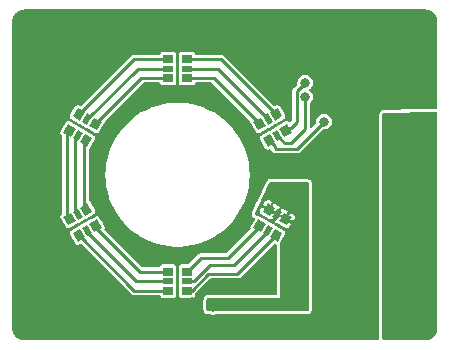
<source format=gtl>
G04 #@! TF.GenerationSoftware,KiCad,Pcbnew,7.0.2.1-36-g582732918d-dirty-deb11*
G04 #@! TF.CreationDate,2023-05-26T17:28:03+00:00*
G04 #@! TF.ProjectId,pedalboard-led-ring,70656461-6c62-46f6-9172-642d6c65642d,rev?*
G04 #@! TF.SameCoordinates,Original*
G04 #@! TF.FileFunction,Copper,L1,Top*
G04 #@! TF.FilePolarity,Positive*
%FSLAX46Y46*%
G04 Gerber Fmt 4.6, Leading zero omitted, Abs format (unit mm)*
G04 Created by KiCad (PCBNEW 7.0.2.1-36-g582732918d-dirty-deb11) date 2023-05-26 17:28:03*
%MOMM*%
%LPD*%
G01*
G04 APERTURE LIST*
G04 #@! TA.AperFunction,SMDPad,CuDef*
%ADD10R,0.830000X0.750000*%
G04 #@! TD*
G04 #@! TA.AperFunction,SMDPad,CuDef*
%ADD11R,0.830000X0.500000*%
G04 #@! TD*
G04 #@! TA.AperFunction,ViaPad*
%ADD12C,0.800000*%
G04 #@! TD*
G04 #@! TA.AperFunction,Conductor*
%ADD13C,0.250000*%
G04 #@! TD*
G04 APERTURE END LIST*
G04 #@! TA.AperFunction,SMDPad,CuDef*
G36*
X87819890Y-54716439D02*
G01*
X88469410Y-54341439D01*
X88884410Y-55060241D01*
X88234890Y-55435241D01*
X87819890Y-54716439D01*
G37*
G04 #@! TD.AperFunction*
G04 #@! TA.AperFunction,SMDPad,CuDef*
G36*
X87230994Y-55056439D02*
G01*
X87664006Y-54806439D01*
X88079006Y-55525241D01*
X87645994Y-55775241D01*
X87230994Y-55056439D01*
G37*
G04 #@! TD.AperFunction*
G04 #@! TA.AperFunction,SMDPad,CuDef*
G36*
X86425590Y-55521439D02*
G01*
X87075110Y-55146439D01*
X87490110Y-55865241D01*
X86840590Y-56240241D01*
X86425590Y-55521439D01*
G37*
G04 #@! TD.AperFunction*
G04 #@! TA.AperFunction,SMDPad,CuDef*
G36*
X87215590Y-56889759D02*
G01*
X87865110Y-56514759D01*
X88280110Y-57233561D01*
X87630590Y-57608561D01*
X87215590Y-56889759D01*
G37*
G04 #@! TD.AperFunction*
G04 #@! TA.AperFunction,SMDPad,CuDef*
G36*
X88020994Y-56424759D02*
G01*
X88454006Y-56174759D01*
X88869006Y-56893561D01*
X88435994Y-57143561D01*
X88020994Y-56424759D01*
G37*
G04 #@! TD.AperFunction*
G04 #@! TA.AperFunction,SMDPad,CuDef*
G36*
X88609890Y-56084759D02*
G01*
X89259410Y-55709759D01*
X89674410Y-56428561D01*
X89024890Y-56803561D01*
X88609890Y-56084759D01*
G37*
G04 #@! TD.AperFunction*
D10*
X80790000Y-69805000D03*
D11*
X80790000Y-69000000D03*
D10*
X80790000Y-68195000D03*
X79210000Y-68195000D03*
D11*
X79210000Y-69000000D03*
D10*
X79210000Y-69805000D03*
X79210000Y-50195000D03*
D11*
X79210000Y-51000000D03*
D10*
X79210000Y-51805000D03*
X80790000Y-51805000D03*
D11*
X80790000Y-51000000D03*
D10*
X80790000Y-50195000D03*
G04 #@! TA.AperFunction,SMDPad,CuDef*
G36*
X72180110Y-65283561D02*
G01*
X71530590Y-65658561D01*
X71115590Y-64939759D01*
X71765110Y-64564759D01*
X72180110Y-65283561D01*
G37*
G04 #@! TD.AperFunction*
G04 #@! TA.AperFunction,SMDPad,CuDef*
G36*
X72769006Y-64943561D02*
G01*
X72335994Y-65193561D01*
X71920994Y-64474759D01*
X72354006Y-64224759D01*
X72769006Y-64943561D01*
G37*
G04 #@! TD.AperFunction*
G04 #@! TA.AperFunction,SMDPad,CuDef*
G36*
X73574410Y-64478561D02*
G01*
X72924890Y-64853561D01*
X72509890Y-64134759D01*
X73159410Y-63759759D01*
X73574410Y-64478561D01*
G37*
G04 #@! TD.AperFunction*
G04 #@! TA.AperFunction,SMDPad,CuDef*
G36*
X72784410Y-63110241D02*
G01*
X72134890Y-63485241D01*
X71719890Y-62766439D01*
X72369410Y-62391439D01*
X72784410Y-63110241D01*
G37*
G04 #@! TD.AperFunction*
G04 #@! TA.AperFunction,SMDPad,CuDef*
G36*
X71979006Y-63575241D02*
G01*
X71545994Y-63825241D01*
X71130994Y-63106439D01*
X71564006Y-62856439D01*
X71979006Y-63575241D01*
G37*
G04 #@! TD.AperFunction*
G04 #@! TA.AperFunction,SMDPad,CuDef*
G36*
X71390110Y-63915241D02*
G01*
X70740590Y-64290241D01*
X70325590Y-63571439D01*
X70975110Y-63196439D01*
X71390110Y-63915241D01*
G37*
G04 #@! TD.AperFunction*
G04 #@! TA.AperFunction,SMDPad,CuDef*
G36*
X70975110Y-56803561D02*
G01*
X70325590Y-56428561D01*
X70740590Y-55709759D01*
X71390110Y-56084759D01*
X70975110Y-56803561D01*
G37*
G04 #@! TD.AperFunction*
G04 #@! TA.AperFunction,SMDPad,CuDef*
G36*
X71564006Y-57143561D02*
G01*
X71130994Y-56893561D01*
X71545994Y-56174759D01*
X71979006Y-56424759D01*
X71564006Y-57143561D01*
G37*
G04 #@! TD.AperFunction*
G04 #@! TA.AperFunction,SMDPad,CuDef*
G36*
X72369410Y-57608561D02*
G01*
X71719890Y-57233561D01*
X72134890Y-56514759D01*
X72784410Y-56889759D01*
X72369410Y-57608561D01*
G37*
G04 #@! TD.AperFunction*
G04 #@! TA.AperFunction,SMDPad,CuDef*
G36*
X73159410Y-56240241D02*
G01*
X72509890Y-55865241D01*
X72924890Y-55146439D01*
X73574410Y-55521439D01*
X73159410Y-56240241D01*
G37*
G04 #@! TD.AperFunction*
G04 #@! TA.AperFunction,SMDPad,CuDef*
G36*
X72354006Y-55775241D02*
G01*
X71920994Y-55525241D01*
X72335994Y-54806439D01*
X72769006Y-55056439D01*
X72354006Y-55775241D01*
G37*
G04 #@! TD.AperFunction*
G04 #@! TA.AperFunction,SMDPad,CuDef*
G36*
X71765110Y-55435241D02*
G01*
X71115590Y-55060241D01*
X71530590Y-54341439D01*
X72180110Y-54716439D01*
X71765110Y-55435241D01*
G37*
G04 #@! TD.AperFunction*
G04 #@! TA.AperFunction,SMDPad,CuDef*
G36*
X89024890Y-63196439D02*
G01*
X89674410Y-63571439D01*
X89259410Y-64290241D01*
X88609890Y-63915241D01*
X89024890Y-63196439D01*
G37*
G04 #@! TD.AperFunction*
G04 #@! TA.AperFunction,SMDPad,CuDef*
G36*
X88435994Y-62856439D02*
G01*
X88869006Y-63106439D01*
X88454006Y-63825241D01*
X88020994Y-63575241D01*
X88435994Y-62856439D01*
G37*
G04 #@! TD.AperFunction*
G04 #@! TA.AperFunction,SMDPad,CuDef*
G36*
X87630590Y-62391439D02*
G01*
X88280110Y-62766439D01*
X87865110Y-63485241D01*
X87215590Y-63110241D01*
X87630590Y-62391439D01*
G37*
G04 #@! TD.AperFunction*
G04 #@! TA.AperFunction,SMDPad,CuDef*
G36*
X86840590Y-63759759D02*
G01*
X87490110Y-64134759D01*
X87075110Y-64853561D01*
X86425590Y-64478561D01*
X86840590Y-63759759D01*
G37*
G04 #@! TD.AperFunction*
G04 #@! TA.AperFunction,SMDPad,CuDef*
G36*
X87645994Y-64224759D02*
G01*
X88079006Y-64474759D01*
X87664006Y-65193561D01*
X87230994Y-64943561D01*
X87645994Y-64224759D01*
G37*
G04 #@! TD.AperFunction*
G04 #@! TA.AperFunction,SMDPad,CuDef*
G36*
X88234890Y-64564759D02*
G01*
X88884410Y-64939759D01*
X88469410Y-65658561D01*
X87819890Y-65283561D01*
X88234890Y-64564759D01*
G37*
G04 #@! TD.AperFunction*
D12*
X89500000Y-61400000D03*
X90500000Y-61400000D03*
X83000000Y-71200000D03*
X86400000Y-69750000D03*
X87900000Y-69750000D03*
X81250000Y-70800000D03*
X96550000Y-58500000D03*
X91800000Y-69500000D03*
X101050000Y-51750000D03*
X96500000Y-72550000D03*
X96500000Y-68400000D03*
X90800000Y-50850000D03*
X93450000Y-58050000D03*
X99040000Y-72540000D03*
X99200000Y-55200000D03*
X92400000Y-55500000D03*
X90800000Y-53400000D03*
X90800000Y-52200000D03*
D13*
X84300000Y-67000000D02*
X81985000Y-67000000D01*
X81985000Y-67000000D02*
X80790000Y-68195000D01*
X86957850Y-64342150D02*
X84300000Y-67000000D01*
X86957850Y-64306660D02*
X86957850Y-64342150D01*
X87655000Y-64745000D02*
X84750000Y-67650000D01*
X84750000Y-67650000D02*
X82735000Y-67650000D01*
X87655000Y-64709160D02*
X87655000Y-64745000D01*
X82735000Y-67650000D02*
X81385000Y-69000000D01*
X81385000Y-69000000D02*
X80790000Y-69000000D01*
X88352150Y-65111660D02*
X85063810Y-68400000D01*
X81188112Y-69805000D02*
X80790000Y-69805000D01*
X85063810Y-68400000D02*
X82593112Y-68400000D01*
X82593112Y-68400000D02*
X81188112Y-69805000D01*
X76795000Y-68195000D02*
X73042150Y-64442150D01*
X79210000Y-68195000D02*
X76795000Y-68195000D01*
X73042150Y-64442150D02*
X73042150Y-64306660D01*
X76500000Y-69000000D02*
X72345000Y-64845000D01*
X72345000Y-64845000D02*
X72345000Y-64709160D01*
X79210000Y-69000000D02*
X76500000Y-69000000D01*
X79210000Y-69805000D02*
X76341190Y-69805000D01*
X76341190Y-69805000D02*
X71647850Y-65111660D01*
X72252150Y-62938340D02*
X72100000Y-62786190D01*
X72100000Y-57213810D02*
X72252150Y-57061660D01*
X72100000Y-62786190D02*
X72100000Y-57213810D01*
X71300000Y-63085840D02*
X71300000Y-56914160D01*
X71555000Y-63340840D02*
X71300000Y-63085840D01*
X71300000Y-56914160D02*
X71555000Y-56659160D01*
X70857850Y-63743340D02*
X70600000Y-63485490D01*
X70600000Y-63485490D02*
X70600000Y-56514510D01*
X70600000Y-56514510D02*
X70857850Y-56256660D01*
X76930490Y-51805000D02*
X79210000Y-51805000D01*
X73042150Y-55693340D02*
X76930490Y-51805000D01*
X76611709Y-51000000D02*
X72332934Y-55278775D01*
X79210000Y-51000000D02*
X76611709Y-51000000D01*
X79210000Y-50195000D02*
X76341190Y-50195000D01*
X76341190Y-50195000D02*
X71647850Y-54888340D01*
X80790000Y-51805000D02*
X83069510Y-51805000D01*
X83069510Y-51805000D02*
X86957850Y-55693340D01*
X85600000Y-53200000D02*
X85600000Y-53211709D01*
X83400000Y-51000000D02*
X85600000Y-53200000D01*
X80790000Y-51000000D02*
X83400000Y-51000000D01*
X85600000Y-53211709D02*
X87667066Y-55278775D01*
X83658810Y-50195000D02*
X88352150Y-54888340D01*
X80790000Y-50195000D02*
X83658810Y-50195000D01*
X87747850Y-57061660D02*
X88250000Y-57563810D01*
X88300000Y-57800000D02*
X88250000Y-57750000D01*
X88250000Y-57563810D02*
X88250000Y-57750000D01*
X92400000Y-55500000D02*
X90100000Y-57800000D01*
X90100000Y-57800000D02*
X88300000Y-57800000D01*
X90800000Y-53400000D02*
X90800000Y-56100000D01*
X90800000Y-56100000D02*
X89600000Y-57300000D01*
X89061709Y-57300000D02*
X88432934Y-56671225D01*
X89600000Y-57300000D02*
X89061709Y-57300000D01*
X90100000Y-55500000D02*
X90075000Y-55475000D01*
X89600000Y-56000000D02*
X90100000Y-55500000D01*
X89398810Y-56000000D02*
X89600000Y-56000000D01*
X90075000Y-55475000D02*
X90075000Y-52925000D01*
X90075000Y-52925000D02*
X90800000Y-52200000D01*
X89142150Y-56256660D02*
X89398810Y-56000000D01*
G04 #@! TA.AperFunction,Conductor*
G36*
X101005394Y-46000971D02*
G01*
X101045519Y-46004482D01*
X101171780Y-46016919D01*
X101191682Y-46020540D01*
X101256467Y-46037899D01*
X101260203Y-46038966D01*
X101351570Y-46066682D01*
X101367959Y-46072952D01*
X101433867Y-46103686D01*
X101439867Y-46106685D01*
X101482639Y-46129548D01*
X101519046Y-46149008D01*
X101531715Y-46156791D01*
X101592889Y-46199625D01*
X101600430Y-46205346D01*
X101668455Y-46261172D01*
X101677472Y-46269345D01*
X101730653Y-46322526D01*
X101738826Y-46331543D01*
X101794652Y-46399568D01*
X101800373Y-46407109D01*
X101843207Y-46468283D01*
X101850990Y-46480952D01*
X101893304Y-46560114D01*
X101896328Y-46566163D01*
X101927041Y-46632027D01*
X101933319Y-46648436D01*
X101961008Y-46739713D01*
X101962123Y-46743616D01*
X101979454Y-46808298D01*
X101983082Y-46828237D01*
X101995523Y-46954554D01*
X101997207Y-46973801D01*
X101999030Y-46994638D01*
X101999500Y-47005406D01*
X101999500Y-54321817D01*
X101979815Y-54388856D01*
X101927011Y-54434611D01*
X101876833Y-54445810D01*
X101871424Y-54445868D01*
X101871423Y-54445868D01*
X100345518Y-54462275D01*
X97473140Y-54493161D01*
X97473133Y-54493161D01*
X97469915Y-54493196D01*
X97466721Y-54493565D01*
X97466712Y-54493566D01*
X97420216Y-54498944D01*
X97420200Y-54498946D01*
X97417007Y-54499316D01*
X97413848Y-54500020D01*
X97413848Y-54500021D01*
X97368377Y-54510169D01*
X97368353Y-54510174D01*
X97366834Y-54510514D01*
X97365329Y-54510931D01*
X97365298Y-54510939D01*
X97341802Y-54517453D01*
X97255173Y-54566783D01*
X97204459Y-54610727D01*
X97204445Y-54610740D01*
X97202368Y-54612540D01*
X97200453Y-54614525D01*
X97170742Y-54645315D01*
X97124535Y-54733648D01*
X97104849Y-54800688D01*
X97094500Y-54872673D01*
X97094500Y-73875500D01*
X97074815Y-73942539D01*
X97022011Y-73988294D01*
X96970500Y-73999500D01*
X67005416Y-73999500D01*
X66994606Y-73999028D01*
X66954554Y-73995523D01*
X66828234Y-73983082D01*
X66808302Y-73979455D01*
X66743616Y-73962123D01*
X66739713Y-73961008D01*
X66648436Y-73933319D01*
X66632027Y-73927041D01*
X66566163Y-73896328D01*
X66560114Y-73893304D01*
X66480952Y-73850990D01*
X66468283Y-73843207D01*
X66407109Y-73800373D01*
X66399568Y-73794652D01*
X66331543Y-73738826D01*
X66322526Y-73730653D01*
X66269345Y-73677472D01*
X66261172Y-73668455D01*
X66205346Y-73600430D01*
X66199625Y-73592889D01*
X66156791Y-73531715D01*
X66149008Y-73519046D01*
X66129548Y-73482639D01*
X66106685Y-73439867D01*
X66103686Y-73433867D01*
X66072952Y-73367959D01*
X66066682Y-73351570D01*
X66038966Y-73260203D01*
X66037899Y-73256467D01*
X66020541Y-73191685D01*
X66016918Y-73171773D01*
X66004476Y-73045444D01*
X66004269Y-73043087D01*
X66000968Y-73005360D01*
X66000500Y-72994597D01*
X66000500Y-64973097D01*
X70862368Y-64973097D01*
X70886314Y-65043642D01*
X71325987Y-65805178D01*
X71325988Y-65805179D01*
X71375108Y-65861189D01*
X71464486Y-65905266D01*
X71563928Y-65911783D01*
X71634472Y-65887837D01*
X71715965Y-65840786D01*
X71783862Y-65824313D01*
X71849889Y-65847164D01*
X71865645Y-65860492D01*
X76039040Y-70033887D01*
X76055167Y-70053746D01*
X76061106Y-70062836D01*
X76072401Y-70071627D01*
X76086084Y-70082277D01*
X76097602Y-70092449D01*
X76097671Y-70092518D01*
X76114579Y-70104590D01*
X76118684Y-70107650D01*
X76160001Y-70139809D01*
X76160002Y-70139809D01*
X76166233Y-70144659D01*
X76166424Y-70144757D01*
X76173990Y-70147009D01*
X76173991Y-70147010D01*
X76224145Y-70161941D01*
X76228982Y-70163490D01*
X76278530Y-70180500D01*
X76285987Y-70183060D01*
X76286220Y-70183093D01*
X76294099Y-70182767D01*
X76294102Y-70182768D01*
X76346383Y-70180605D01*
X76351506Y-70180500D01*
X78437928Y-70180500D01*
X78504967Y-70200185D01*
X78550722Y-70252989D01*
X78558417Y-70276815D01*
X78559033Y-70277737D01*
X78559034Y-70277740D01*
X78614399Y-70360601D01*
X78697260Y-70415966D01*
X78733792Y-70423232D01*
X78770325Y-70430500D01*
X78770326Y-70430500D01*
X79649675Y-70430500D01*
X79674029Y-70425655D01*
X79722740Y-70415966D01*
X79805601Y-70360601D01*
X79860966Y-70277740D01*
X79875500Y-70204674D01*
X80124500Y-70204674D01*
X80139033Y-70277738D01*
X80139033Y-70277739D01*
X80139034Y-70277740D01*
X80194399Y-70360601D01*
X80277260Y-70415966D01*
X80313792Y-70423232D01*
X80350325Y-70430500D01*
X80350326Y-70430500D01*
X81229675Y-70430500D01*
X81254029Y-70425655D01*
X81302740Y-70415966D01*
X81385601Y-70360601D01*
X81440966Y-70277740D01*
X81455500Y-70204674D01*
X81455500Y-70120010D01*
X81475185Y-70052971D01*
X81491819Y-70032329D01*
X82712330Y-68811819D01*
X82773653Y-68778334D01*
X82800011Y-68775500D01*
X85012005Y-68775500D01*
X85037451Y-68778139D01*
X85041250Y-68778935D01*
X85048078Y-68780367D01*
X85077948Y-68776643D01*
X85079487Y-68776452D01*
X85094824Y-68775500D01*
X85094921Y-68775500D01*
X85094924Y-68775500D01*
X85115453Y-68772073D01*
X85120469Y-68771342D01*
X85172436Y-68764866D01*
X85172438Y-68764864D01*
X85180267Y-68763889D01*
X85180476Y-68763822D01*
X85187417Y-68760065D01*
X85187420Y-68760065D01*
X85233476Y-68735140D01*
X85237954Y-68732835D01*
X85285021Y-68709826D01*
X85285022Y-68709824D01*
X85292118Y-68706356D01*
X85292286Y-68706230D01*
X85297634Y-68700419D01*
X85297636Y-68700419D01*
X85333104Y-68661889D01*
X85336605Y-68658240D01*
X88134355Y-65860490D01*
X88195676Y-65827007D01*
X88265368Y-65831991D01*
X88284033Y-65840785D01*
X88365528Y-65887837D01*
X88365529Y-65887837D01*
X88372942Y-65892117D01*
X88421158Y-65942684D01*
X88434937Y-66000631D01*
X88397930Y-70071627D01*
X88377637Y-70138485D01*
X88324419Y-70183758D01*
X88273935Y-70194500D01*
X82574000Y-70194500D01*
X82570720Y-70194852D01*
X82570712Y-70194853D01*
X82522987Y-70199984D01*
X82522982Y-70199984D01*
X82519687Y-70200339D01*
X82516446Y-70201043D01*
X82516440Y-70201045D01*
X82469781Y-70211195D01*
X82469751Y-70211202D01*
X82468176Y-70211545D01*
X82466613Y-70211973D01*
X82466600Y-70211977D01*
X82449496Y-70216669D01*
X82441802Y-70218781D01*
X82441801Y-70218781D01*
X82441799Y-70218782D01*
X82355174Y-70268109D01*
X82304459Y-70312054D01*
X82304445Y-70312067D01*
X82302368Y-70313867D01*
X82300453Y-70315852D01*
X82270742Y-70346642D01*
X82224535Y-70434975D01*
X82204849Y-70502015D01*
X82194500Y-70574000D01*
X82194500Y-71426000D01*
X82200339Y-71480313D01*
X82201044Y-71483556D01*
X82201045Y-71483559D01*
X82211195Y-71530218D01*
X82211200Y-71530239D01*
X82211545Y-71531824D01*
X82211975Y-71533394D01*
X82211977Y-71533399D01*
X82218782Y-71558200D01*
X82268109Y-71644825D01*
X82312054Y-71695540D01*
X82313867Y-71697632D01*
X82346641Y-71729257D01*
X82434976Y-71775465D01*
X82502015Y-71795150D01*
X82574000Y-71805500D01*
X82723383Y-71805500D01*
X82753058Y-71809103D01*
X82767634Y-71812695D01*
X82767635Y-71812696D01*
X82921015Y-71850500D01*
X82921016Y-71850500D01*
X83078984Y-71850500D01*
X83078985Y-71850500D01*
X83232365Y-71812696D01*
X83232365Y-71812695D01*
X83246942Y-71809103D01*
X83276617Y-71805500D01*
X90973678Y-71805500D01*
X90976936Y-71805500D01*
X91030303Y-71799864D01*
X91080958Y-71789045D01*
X91106435Y-71782211D01*
X91193437Y-71733539D01*
X91246587Y-71688186D01*
X91278466Y-71655646D01*
X91325340Y-71567662D01*
X91345531Y-71500773D01*
X91356425Y-71428875D01*
X91400963Y-65550000D01*
X91401095Y-65532434D01*
X91402352Y-65515737D01*
X91405500Y-65493852D01*
X91405500Y-60771681D01*
X91400162Y-60719727D01*
X91389908Y-60670353D01*
X91383651Y-60646210D01*
X91335964Y-60558664D01*
X91326777Y-60547648D01*
X91292991Y-60507136D01*
X91292983Y-60507128D01*
X91291214Y-60505006D01*
X91289264Y-60503052D01*
X91289253Y-60503040D01*
X91259042Y-60472768D01*
X91171595Y-60424901D01*
X91149377Y-60417919D01*
X91104943Y-60403956D01*
X91081526Y-60400136D01*
X91033163Y-60392248D01*
X88500000Y-60344500D01*
X87878539Y-60344500D01*
X87874263Y-60345100D01*
X87874254Y-60345101D01*
X87812468Y-60353777D01*
X87812465Y-60353777D01*
X87808175Y-60354380D01*
X87804015Y-60355571D01*
X87804009Y-60355573D01*
X87745080Y-60372454D01*
X87745057Y-60372461D01*
X87742518Y-60373189D01*
X87722335Y-60380900D01*
X87701540Y-60388845D01*
X87622014Y-60448957D01*
X87575562Y-60501157D01*
X87535443Y-60561808D01*
X86775082Y-62170268D01*
X86662514Y-62408392D01*
X86477832Y-62799065D01*
X86398078Y-62967774D01*
X86331683Y-63108226D01*
X86317930Y-63137318D01*
X86316991Y-63139854D01*
X86316989Y-63139860D01*
X86303436Y-63176482D01*
X86303431Y-63176496D01*
X86302496Y-63179024D01*
X86301784Y-63181623D01*
X86301781Y-63181633D01*
X86291139Y-63220492D01*
X86290641Y-63222507D01*
X86287163Y-63237150D01*
X86286787Y-63336879D01*
X86299626Y-63402728D01*
X86299629Y-63402742D01*
X86300159Y-63405458D01*
X86312823Y-63449202D01*
X86366402Y-63533271D01*
X86366404Y-63533273D01*
X86414724Y-63583732D01*
X86471989Y-63628567D01*
X86480693Y-63633567D01*
X86529020Y-63684027D01*
X86542395Y-63752604D01*
X86526318Y-63803091D01*
X86196314Y-64374677D01*
X86172368Y-64445222D01*
X86178004Y-64531222D01*
X86162745Y-64599405D01*
X86141950Y-64627011D01*
X84180781Y-66588181D01*
X84119458Y-66621666D01*
X84093100Y-66624500D01*
X82036805Y-66624500D01*
X82011359Y-66621861D01*
X82000733Y-66619633D01*
X82000732Y-66619633D01*
X81984422Y-66621666D01*
X81969323Y-66623548D01*
X81953986Y-66624500D01*
X81953884Y-66624500D01*
X81933399Y-66627918D01*
X81928332Y-66628657D01*
X81868567Y-66636107D01*
X81868312Y-66636189D01*
X81815370Y-66664838D01*
X81810820Y-66667180D01*
X81756715Y-66693632D01*
X81756505Y-66693788D01*
X81715719Y-66738093D01*
X81712172Y-66741789D01*
X80920781Y-67533181D01*
X80859458Y-67566666D01*
X80833100Y-67569500D01*
X80350325Y-67569500D01*
X80277261Y-67584033D01*
X80194399Y-67639399D01*
X80139033Y-67722261D01*
X80124500Y-67795325D01*
X80124500Y-68594674D01*
X80132682Y-68635808D01*
X80132682Y-68684192D01*
X80124500Y-68725325D01*
X80124500Y-69274674D01*
X80132682Y-69315808D01*
X80132682Y-69364192D01*
X80124500Y-69405325D01*
X80124500Y-70204674D01*
X79875500Y-70204674D01*
X79875500Y-69405326D01*
X79867317Y-69364189D01*
X79867317Y-69315808D01*
X79875500Y-69274674D01*
X79875500Y-68725326D01*
X79867317Y-68684189D01*
X79867317Y-68635808D01*
X79875500Y-68594674D01*
X79875500Y-67795326D01*
X79860966Y-67722260D01*
X79805601Y-67639399D01*
X79722740Y-67584034D01*
X79722739Y-67584033D01*
X79722738Y-67584033D01*
X79649675Y-67569500D01*
X79649674Y-67569500D01*
X78770326Y-67569500D01*
X78770325Y-67569500D01*
X78697261Y-67584033D01*
X78697259Y-67584034D01*
X78697260Y-67584034D01*
X78614399Y-67639399D01*
X78559034Y-67722260D01*
X78559033Y-67722261D01*
X78555198Y-67728002D01*
X78527160Y-67781603D01*
X78466444Y-67816177D01*
X78437928Y-67819500D01*
X77001900Y-67819500D01*
X76934861Y-67799815D01*
X76914219Y-67783181D01*
X73835921Y-64704883D01*
X73802436Y-64643560D01*
X73807420Y-64573868D01*
X73812390Y-64562357D01*
X73821115Y-64544665D01*
X73827632Y-64445223D01*
X73803686Y-64374679D01*
X73656556Y-64119843D01*
X73364012Y-63613141D01*
X73314892Y-63557131D01*
X73266509Y-63533271D01*
X73225514Y-63513054D01*
X73126072Y-63506537D01*
X73126071Y-63506537D01*
X73055526Y-63530483D01*
X72363271Y-63930156D01*
X72331736Y-63957812D01*
X72289837Y-63982002D01*
X72250125Y-63995482D01*
X71774374Y-64270156D01*
X71742839Y-64297812D01*
X71700940Y-64322002D01*
X71661228Y-64335482D01*
X70968972Y-64735156D01*
X70912962Y-64784276D01*
X70868885Y-64873655D01*
X70862368Y-64973097D01*
X66000500Y-64973097D01*
X66000500Y-63604777D01*
X70072368Y-63604777D01*
X70096314Y-63675322D01*
X70535987Y-64436858D01*
X70535988Y-64436859D01*
X70585108Y-64492869D01*
X70674486Y-64536946D01*
X70773928Y-64543463D01*
X70844472Y-64519517D01*
X71536728Y-64119843D01*
X71568260Y-64092188D01*
X71610159Y-64067997D01*
X71649875Y-64054517D01*
X72125625Y-63779843D01*
X72157157Y-63752188D01*
X72199056Y-63727997D01*
X72238772Y-63714517D01*
X72931028Y-63314843D01*
X72987038Y-63265723D01*
X73031115Y-63176345D01*
X73037632Y-63076903D01*
X73013686Y-63006359D01*
X72574012Y-62244821D01*
X72524892Y-62188811D01*
X72524891Y-62188810D01*
X72508630Y-62170268D01*
X72511333Y-62167897D01*
X72493222Y-62151228D01*
X72475500Y-62087345D01*
X72475500Y-60000000D01*
X73894548Y-60000000D01*
X73894649Y-60002506D01*
X73914245Y-60488793D01*
X73914246Y-60488807D01*
X73914346Y-60491285D01*
X73914643Y-60493736D01*
X73914645Y-60493753D01*
X73973310Y-60976900D01*
X73973312Y-60976912D01*
X73973612Y-60979383D01*
X73974108Y-60981817D01*
X73974112Y-60981836D01*
X74071462Y-61458687D01*
X74071961Y-61461130D01*
X74072649Y-61463508D01*
X74072654Y-61463525D01*
X74185886Y-61854446D01*
X74208756Y-61933401D01*
X74209636Y-61935723D01*
X74209638Y-61935727D01*
X74305620Y-62188811D01*
X74383110Y-62393133D01*
X74384169Y-62395366D01*
X74384176Y-62395381D01*
X74592819Y-62835087D01*
X74592824Y-62835098D01*
X74593891Y-62837345D01*
X74595140Y-62839509D01*
X74595142Y-62839512D01*
X74789613Y-63176345D01*
X74839733Y-63263155D01*
X74841145Y-63265202D01*
X74841151Y-63265210D01*
X75117623Y-63665749D01*
X75119041Y-63667803D01*
X75430004Y-64048664D01*
X75770605Y-64403267D01*
X75772480Y-64404928D01*
X75772482Y-64404930D01*
X75963174Y-64573868D01*
X76138635Y-64729313D01*
X76140623Y-64730807D01*
X76140633Y-64730815D01*
X76529706Y-65023184D01*
X76529712Y-65023188D01*
X76531708Y-65024688D01*
X76947274Y-65287477D01*
X77382638Y-65515973D01*
X77834977Y-65708697D01*
X78301357Y-65864397D01*
X78778753Y-65982065D01*
X79264069Y-66060936D01*
X79754158Y-66100500D01*
X79756643Y-66100500D01*
X80243357Y-66100500D01*
X80245842Y-66100500D01*
X80735931Y-66060936D01*
X81221247Y-65982065D01*
X81698643Y-65864397D01*
X82165023Y-65708697D01*
X82617362Y-65515973D01*
X83052726Y-65287477D01*
X83468292Y-65024688D01*
X83861365Y-64729313D01*
X84229395Y-64403267D01*
X84569996Y-64048664D01*
X84880959Y-63667803D01*
X85160267Y-63263155D01*
X85406109Y-62837345D01*
X85616890Y-62393133D01*
X85791244Y-61933401D01*
X85928039Y-61461130D01*
X86026388Y-60979383D01*
X86085654Y-60491285D01*
X86105452Y-60000000D01*
X86085654Y-59508715D01*
X86026388Y-59020617D01*
X85928039Y-58538870D01*
X85791244Y-58066599D01*
X85616890Y-57606867D01*
X85407421Y-57165421D01*
X85407180Y-57164912D01*
X85407179Y-57164911D01*
X85406109Y-57162655D01*
X85267800Y-56923097D01*
X86962368Y-56923097D01*
X86986314Y-56993642D01*
X87341707Y-57609200D01*
X87425988Y-57755179D01*
X87475108Y-57811189D01*
X87564486Y-57855266D01*
X87663928Y-57861783D01*
X87734472Y-57837837D01*
X87734472Y-57837836D01*
X87746038Y-57833911D01*
X87747091Y-57837014D01*
X87795674Y-57825224D01*
X87861703Y-57848069D01*
X87898840Y-57890066D01*
X87911064Y-57912655D01*
X87914827Y-57919607D01*
X87917171Y-57924162D01*
X87943634Y-57978292D01*
X87943777Y-57978482D01*
X87949579Y-57983824D01*
X87949581Y-57983826D01*
X87988108Y-58019293D01*
X87991780Y-58022817D01*
X87997850Y-58028887D01*
X88013977Y-58048746D01*
X88019915Y-58057836D01*
X88044893Y-58077277D01*
X88056410Y-58087448D01*
X88056481Y-58087519D01*
X88073397Y-58099597D01*
X88077505Y-58102660D01*
X88125040Y-58139658D01*
X88125232Y-58139757D01*
X88159601Y-58149988D01*
X88182955Y-58156941D01*
X88187792Y-58158490D01*
X88237340Y-58175500D01*
X88244797Y-58178060D01*
X88245030Y-58178093D01*
X88252909Y-58177767D01*
X88252912Y-58177768D01*
X88305193Y-58175605D01*
X88310316Y-58175500D01*
X90048195Y-58175500D01*
X90073641Y-58178139D01*
X90077440Y-58178935D01*
X90084268Y-58180367D01*
X90114138Y-58176643D01*
X90115677Y-58176452D01*
X90131014Y-58175500D01*
X90131111Y-58175500D01*
X90131114Y-58175500D01*
X90151643Y-58172073D01*
X90156659Y-58171342D01*
X90208626Y-58164866D01*
X90208628Y-58164864D01*
X90216457Y-58163889D01*
X90216666Y-58163822D01*
X90223607Y-58160065D01*
X90223610Y-58160065D01*
X90269666Y-58135140D01*
X90274144Y-58132835D01*
X90321211Y-58109826D01*
X90321212Y-58109824D01*
X90328308Y-58106356D01*
X90328476Y-58106230D01*
X90333824Y-58100419D01*
X90333826Y-58100419D01*
X90369294Y-58061889D01*
X90372795Y-58058240D01*
X92244217Y-56186819D01*
X92305540Y-56153334D01*
X92331898Y-56150500D01*
X92478985Y-56150500D01*
X92632365Y-56112696D01*
X92772240Y-56039283D01*
X92890483Y-55934530D01*
X92980220Y-55804523D01*
X93036237Y-55656818D01*
X93055278Y-55500000D01*
X93036237Y-55343182D01*
X92980220Y-55195477D01*
X92890483Y-55065470D01*
X92772240Y-54960717D01*
X92758994Y-54953764D01*
X92632364Y-54887303D01*
X92478985Y-54849500D01*
X92321015Y-54849500D01*
X92167635Y-54887303D01*
X92027761Y-54960716D01*
X91909515Y-55065471D01*
X91819780Y-55195476D01*
X91763763Y-55343181D01*
X91744721Y-55500000D01*
X91750896Y-55550853D01*
X91739435Y-55619777D01*
X91715481Y-55653480D01*
X91387181Y-55981781D01*
X91325858Y-56015266D01*
X91256167Y-56010282D01*
X91200233Y-55968411D01*
X91175816Y-55902946D01*
X91175500Y-55894100D01*
X91175500Y-53992202D01*
X91195185Y-53925163D01*
X91217269Y-53899390D01*
X91290483Y-53834530D01*
X91380220Y-53704523D01*
X91436237Y-53556818D01*
X91455278Y-53400000D01*
X91436237Y-53243182D01*
X91380220Y-53095477D01*
X91315487Y-53001695D01*
X91290484Y-52965471D01*
X91272018Y-52949112D01*
X91208471Y-52892814D01*
X91171345Y-52833626D01*
X91172113Y-52763761D01*
X91208471Y-52707185D01*
X91290483Y-52634530D01*
X91380220Y-52504523D01*
X91436237Y-52356818D01*
X91455278Y-52200000D01*
X91436237Y-52043182D01*
X91380220Y-51895477D01*
X91290483Y-51765470D01*
X91172240Y-51660717D01*
X91158994Y-51653764D01*
X91032364Y-51587303D01*
X90878985Y-51549500D01*
X90721015Y-51549500D01*
X90567635Y-51587303D01*
X90427761Y-51660716D01*
X90309515Y-51765471D01*
X90219780Y-51895476D01*
X90163763Y-52043181D01*
X90144721Y-52200000D01*
X90150896Y-52250853D01*
X90139435Y-52319777D01*
X90115481Y-52353480D01*
X89846108Y-52622852D01*
X89826254Y-52638976D01*
X89817165Y-52644914D01*
X89797722Y-52669894D01*
X89787563Y-52681398D01*
X89787484Y-52681476D01*
X89787479Y-52681482D01*
X89787480Y-52681482D01*
X89775390Y-52698414D01*
X89772341Y-52702504D01*
X89735354Y-52750024D01*
X89735237Y-52750253D01*
X89718057Y-52807955D01*
X89716495Y-52812831D01*
X89696941Y-52869792D01*
X89696906Y-52870034D01*
X89699394Y-52930191D01*
X89699500Y-52935315D01*
X89699500Y-55318100D01*
X89679815Y-55385139D01*
X89663185Y-55405776D01*
X89613627Y-55455335D01*
X89576132Y-55492830D01*
X89514808Y-55526314D01*
X89445117Y-55521330D01*
X89433606Y-55516360D01*
X89325514Y-55463054D01*
X89226072Y-55456537D01*
X89226071Y-55456537D01*
X89155526Y-55480483D01*
X88463271Y-55880156D01*
X88431736Y-55907812D01*
X88389837Y-55932002D01*
X88350125Y-55945482D01*
X87874374Y-56220156D01*
X87842839Y-56247812D01*
X87800940Y-56272002D01*
X87761228Y-56285482D01*
X87068972Y-56685156D01*
X87012962Y-56734276D01*
X86968885Y-56823655D01*
X86962368Y-56923097D01*
X85267800Y-56923097D01*
X85160267Y-56736845D01*
X85158494Y-56734277D01*
X84882376Y-56334250D01*
X84880959Y-56332197D01*
X84569996Y-55951336D01*
X84229395Y-55596733D01*
X84191477Y-55563141D01*
X83863240Y-55272348D01*
X83863238Y-55272346D01*
X83861365Y-55270687D01*
X83859379Y-55269194D01*
X83859366Y-55269184D01*
X83470293Y-54976815D01*
X83470282Y-54976807D01*
X83468292Y-54975312D01*
X83466178Y-54973975D01*
X83466172Y-54973971D01*
X83060878Y-54717678D01*
X83052726Y-54712523D01*
X83050535Y-54711373D01*
X83050528Y-54711369D01*
X82619575Y-54485188D01*
X82619565Y-54485183D01*
X82617362Y-54484027D01*
X82615058Y-54483045D01*
X82615051Y-54483042D01*
X82167319Y-54292281D01*
X82167313Y-54292279D01*
X82165023Y-54291303D01*
X81911863Y-54206786D01*
X81700993Y-54136387D01*
X81700980Y-54136383D01*
X81698643Y-54135603D01*
X81532832Y-54094734D01*
X81223667Y-54018531D01*
X81223655Y-54018528D01*
X81221247Y-54017935D01*
X81218786Y-54017535D01*
X81218781Y-54017534D01*
X80738391Y-53939463D01*
X80738371Y-53939460D01*
X80735931Y-53939064D01*
X80733470Y-53938865D01*
X80733451Y-53938863D01*
X80248317Y-53899699D01*
X80248297Y-53899698D01*
X80245842Y-53899500D01*
X79754158Y-53899500D01*
X79751703Y-53899698D01*
X79751682Y-53899699D01*
X79266548Y-53938863D01*
X79266526Y-53938865D01*
X79264069Y-53939064D01*
X79261631Y-53939460D01*
X79261608Y-53939463D01*
X78781218Y-54017534D01*
X78781208Y-54017535D01*
X78778753Y-54017935D01*
X78776349Y-54018527D01*
X78776332Y-54018531D01*
X78303766Y-54135009D01*
X78303760Y-54135010D01*
X78301357Y-54135603D01*
X78299025Y-54136381D01*
X78299006Y-54136387D01*
X77837334Y-54290516D01*
X77834977Y-54291303D01*
X77832694Y-54292275D01*
X77832680Y-54292281D01*
X77384948Y-54483042D01*
X77384931Y-54483049D01*
X77382638Y-54484027D01*
X77380443Y-54485178D01*
X77380424Y-54485188D01*
X76949471Y-54711369D01*
X76949453Y-54711379D01*
X76947274Y-54712523D01*
X76945174Y-54713850D01*
X76945167Y-54713855D01*
X76533827Y-54973971D01*
X76533809Y-54973983D01*
X76531708Y-54975312D01*
X76529728Y-54976799D01*
X76529706Y-54976815D01*
X76140633Y-55269184D01*
X76140608Y-55269204D01*
X76138635Y-55270687D01*
X76136773Y-55272336D01*
X76136759Y-55272348D01*
X75772482Y-55595069D01*
X75772466Y-55595083D01*
X75770605Y-55596733D01*
X75768874Y-55598534D01*
X75768871Y-55598538D01*
X75431730Y-55949538D01*
X75431718Y-55949551D01*
X75430004Y-55951336D01*
X75428433Y-55953259D01*
X75428426Y-55953268D01*
X75120620Y-56330262D01*
X75120609Y-56330275D01*
X75119041Y-56332197D01*
X75117634Y-56334235D01*
X75117623Y-56334250D01*
X74841151Y-56734789D01*
X74841138Y-56734808D01*
X74839733Y-56736845D01*
X74838490Y-56738997D01*
X74838483Y-56739009D01*
X74595142Y-57160487D01*
X74595135Y-57160500D01*
X74593891Y-57162655D01*
X74592829Y-57164891D01*
X74592819Y-57164912D01*
X74384176Y-57604618D01*
X74384165Y-57604641D01*
X74383110Y-57606867D01*
X74382232Y-57609180D01*
X74382226Y-57609196D01*
X74209638Y-58064272D01*
X74209634Y-58064283D01*
X74208756Y-58066599D01*
X74208064Y-58068987D01*
X74208063Y-58068991D01*
X74072654Y-58536474D01*
X74072648Y-58536497D01*
X74071961Y-58538870D01*
X74071464Y-58541301D01*
X74071462Y-58541312D01*
X73974112Y-59018163D01*
X73974108Y-59018186D01*
X73973612Y-59020617D01*
X73973312Y-59023083D01*
X73973310Y-59023099D01*
X73914645Y-59506246D01*
X73914643Y-59506265D01*
X73914346Y-59508715D01*
X73914246Y-59511190D01*
X73914245Y-59511206D01*
X73894649Y-59997493D01*
X73894548Y-60000000D01*
X72475500Y-60000000D01*
X72475500Y-57912655D01*
X72495185Y-57845616D01*
X72510820Y-57831656D01*
X72508629Y-57829734D01*
X72551267Y-57781114D01*
X72574012Y-57755179D01*
X73013686Y-56993641D01*
X73037632Y-56923097D01*
X73031115Y-56823655D01*
X72987038Y-56734277D01*
X72931028Y-56685157D01*
X72931027Y-56685156D01*
X72238771Y-56285482D01*
X72199057Y-56272001D01*
X72157157Y-56247810D01*
X72125625Y-56220157D01*
X71649874Y-55945482D01*
X71610160Y-55932001D01*
X71568260Y-55907810D01*
X71536728Y-55880157D01*
X70844473Y-55480483D01*
X70773928Y-55456537D01*
X70674486Y-55463054D01*
X70585107Y-55507131D01*
X70535987Y-55563141D01*
X70096314Y-56324677D01*
X70093065Y-56334250D01*
X70072368Y-56395223D01*
X70075491Y-56442868D01*
X70078885Y-56494664D01*
X70122962Y-56584043D01*
X70182260Y-56636047D01*
X70219683Y-56695049D01*
X70224500Y-56729274D01*
X70224500Y-63270726D01*
X70204815Y-63337765D01*
X70182260Y-63363953D01*
X70122962Y-63415956D01*
X70078885Y-63505335D01*
X70072368Y-63604777D01*
X66000500Y-63604777D01*
X66000500Y-55026903D01*
X70862368Y-55026903D01*
X70868885Y-55126345D01*
X70912962Y-55215723D01*
X70968972Y-55264843D01*
X71661228Y-55664517D01*
X71700940Y-55677997D01*
X71742840Y-55702187D01*
X71774375Y-55729843D01*
X72250125Y-56004517D01*
X72289837Y-56017997D01*
X72331737Y-56042187D01*
X72363272Y-56069843D01*
X72912358Y-56386858D01*
X73009370Y-56442868D01*
X73055528Y-56469517D01*
X73126072Y-56493463D01*
X73225514Y-56486946D01*
X73314892Y-56442869D01*
X73364012Y-56386859D01*
X73803686Y-55625321D01*
X73827632Y-55554777D01*
X73824178Y-55502082D01*
X73839435Y-55433902D01*
X73860227Y-55406298D01*
X77049707Y-52216819D01*
X77111031Y-52183334D01*
X77137389Y-52180500D01*
X78437928Y-52180500D01*
X78504967Y-52200185D01*
X78550722Y-52252989D01*
X78558417Y-52276815D01*
X78559033Y-52277737D01*
X78559034Y-52277740D01*
X78614399Y-52360601D01*
X78697260Y-52415966D01*
X78733792Y-52423232D01*
X78770325Y-52430500D01*
X78770326Y-52430500D01*
X79649675Y-52430500D01*
X79674029Y-52425655D01*
X79722740Y-52415966D01*
X79805601Y-52360601D01*
X79860966Y-52277740D01*
X79875500Y-52204674D01*
X80124500Y-52204674D01*
X80139033Y-52277738D01*
X80139033Y-52277739D01*
X80139034Y-52277740D01*
X80194399Y-52360601D01*
X80277260Y-52415966D01*
X80313792Y-52423232D01*
X80350325Y-52430500D01*
X80350326Y-52430500D01*
X81229675Y-52430500D01*
X81254029Y-52425655D01*
X81302740Y-52415966D01*
X81385601Y-52360601D01*
X81440966Y-52277740D01*
X81440966Y-52277735D01*
X81444801Y-52271997D01*
X81472840Y-52218397D01*
X81533556Y-52183823D01*
X81562072Y-52180500D01*
X82862611Y-52180500D01*
X82929650Y-52200185D01*
X82950292Y-52216819D01*
X86139767Y-55406294D01*
X86173252Y-55467617D01*
X86175821Y-55502082D01*
X86172368Y-55554776D01*
X86196314Y-55625322D01*
X86605614Y-56334250D01*
X86635988Y-56386859D01*
X86685108Y-56442869D01*
X86774486Y-56486946D01*
X86873928Y-56493463D01*
X86944472Y-56469517D01*
X87636728Y-56069843D01*
X87668260Y-56042188D01*
X87710159Y-56017997D01*
X87749875Y-56004517D01*
X88225625Y-55729843D01*
X88257157Y-55702188D01*
X88299056Y-55677997D01*
X88338772Y-55664517D01*
X89031028Y-55264843D01*
X89087038Y-55215723D01*
X89131115Y-55126345D01*
X89137632Y-55026903D01*
X89113686Y-54956359D01*
X88888765Y-54566785D01*
X88674012Y-54194821D01*
X88624892Y-54138811D01*
X88617182Y-54135009D01*
X88535514Y-54094734D01*
X88436072Y-54088217D01*
X88436071Y-54088217D01*
X88365527Y-54112163D01*
X88284033Y-54159213D01*
X88216133Y-54175684D01*
X88150106Y-54152832D01*
X88134353Y-54139506D01*
X83960959Y-49966111D01*
X83944832Y-49946253D01*
X83938893Y-49937162D01*
X83913920Y-49917725D01*
X83902403Y-49907554D01*
X83902329Y-49907480D01*
X83885404Y-49895397D01*
X83881290Y-49892330D01*
X83839999Y-49860191D01*
X83839996Y-49860190D01*
X83833773Y-49855346D01*
X83833571Y-49855242D01*
X83826010Y-49852990D01*
X83826009Y-49852990D01*
X83775846Y-49838055D01*
X83770984Y-49836497D01*
X83752447Y-49830134D01*
X83714012Y-49816939D01*
X83713779Y-49816906D01*
X83674075Y-49818548D01*
X83653616Y-49819394D01*
X83648494Y-49819500D01*
X81562072Y-49819500D01*
X81495033Y-49799815D01*
X81449278Y-49747011D01*
X81441582Y-49723184D01*
X81440966Y-49722262D01*
X81440966Y-49722260D01*
X81385601Y-49639399D01*
X81302740Y-49584034D01*
X81302739Y-49584033D01*
X81302738Y-49584033D01*
X81229675Y-49569500D01*
X81229674Y-49569500D01*
X80350326Y-49569500D01*
X80350325Y-49569500D01*
X80277261Y-49584033D01*
X80194399Y-49639399D01*
X80139033Y-49722261D01*
X80124500Y-49795325D01*
X80124500Y-50594674D01*
X80132682Y-50635808D01*
X80132682Y-50684192D01*
X80124500Y-50725325D01*
X80124500Y-51274674D01*
X80132682Y-51315808D01*
X80132682Y-51364192D01*
X80124500Y-51405325D01*
X80124500Y-52204674D01*
X79875500Y-52204674D01*
X79875500Y-51405326D01*
X79867317Y-51364189D01*
X79867317Y-51315808D01*
X79875500Y-51274674D01*
X79875500Y-50725326D01*
X79867317Y-50684189D01*
X79867317Y-50635808D01*
X79875500Y-50594674D01*
X79875500Y-49795326D01*
X79860966Y-49722260D01*
X79805601Y-49639399D01*
X79722740Y-49584034D01*
X79722739Y-49584033D01*
X79722738Y-49584033D01*
X79649675Y-49569500D01*
X79649674Y-49569500D01*
X78770326Y-49569500D01*
X78770325Y-49569500D01*
X78697261Y-49584033D01*
X78697259Y-49584034D01*
X78697260Y-49584034D01*
X78614399Y-49639399D01*
X78559034Y-49722260D01*
X78559033Y-49722261D01*
X78555198Y-49728002D01*
X78527160Y-49781603D01*
X78466444Y-49816177D01*
X78437928Y-49819500D01*
X76392995Y-49819500D01*
X76367549Y-49816861D01*
X76356923Y-49814633D01*
X76356922Y-49814633D01*
X76339048Y-49816861D01*
X76325513Y-49818548D01*
X76310176Y-49819500D01*
X76310074Y-49819500D01*
X76289589Y-49822918D01*
X76284522Y-49823657D01*
X76224757Y-49831107D01*
X76224502Y-49831189D01*
X76171560Y-49859838D01*
X76167010Y-49862180D01*
X76112905Y-49888632D01*
X76112695Y-49888788D01*
X76071908Y-49933094D01*
X76068361Y-49936790D01*
X71865645Y-54139505D01*
X71804322Y-54172990D01*
X71734630Y-54168006D01*
X71715965Y-54159212D01*
X71634472Y-54112163D01*
X71563928Y-54088217D01*
X71464486Y-54094734D01*
X71375107Y-54138811D01*
X71325987Y-54194821D01*
X70886314Y-54956357D01*
X70867499Y-55011786D01*
X70862368Y-55026903D01*
X66000500Y-55026903D01*
X66000500Y-47005412D01*
X66000972Y-46994605D01*
X66004476Y-46954554D01*
X66016919Y-46828215D01*
X66020539Y-46808322D01*
X66037908Y-46743498D01*
X66038956Y-46739828D01*
X66066685Y-46648419D01*
X66072948Y-46632049D01*
X66103700Y-46566102D01*
X66106670Y-46560161D01*
X66149012Y-46480944D01*
X66156786Y-46468289D01*
X66199639Y-46407089D01*
X66205330Y-46399587D01*
X66261191Y-46331521D01*
X66269325Y-46322547D01*
X66322547Y-46269325D01*
X66331521Y-46261191D01*
X66399587Y-46205330D01*
X66407089Y-46199639D01*
X66468289Y-46156786D01*
X66480944Y-46149012D01*
X66560161Y-46106670D01*
X66566102Y-46103700D01*
X66632049Y-46072948D01*
X66648419Y-46066685D01*
X66739828Y-46038956D01*
X66743498Y-46037908D01*
X66808318Y-46020540D01*
X66828221Y-46016918D01*
X66954471Y-46004483D01*
X66994640Y-46000968D01*
X67005402Y-46000500D01*
X100994587Y-46000500D01*
X101005394Y-46000971D01*
G37*
G04 #@! TD.AperFunction*
G04 #@! TA.AperFunction,Conductor*
G36*
X91028345Y-60647704D02*
G01*
X91094996Y-60668649D01*
X91139746Y-60722307D01*
X91150000Y-60771681D01*
X91150000Y-65493852D01*
X91145771Y-65508253D01*
X91145455Y-65550000D01*
X88821340Y-65550000D01*
X89113686Y-65043641D01*
X89137632Y-64973097D01*
X89131115Y-64873655D01*
X89087038Y-64784277D01*
X89031028Y-64735157D01*
X89031027Y-64735156D01*
X88338771Y-64335482D01*
X88299057Y-64322001D01*
X88257157Y-64297810D01*
X88225625Y-64270157D01*
X87749874Y-63995482D01*
X87710160Y-63982001D01*
X87705390Y-63979247D01*
X88220753Y-63979247D01*
X88350329Y-64054058D01*
X88390091Y-64067555D01*
X88431994Y-64091748D01*
X88463565Y-64119435D01*
X89155733Y-64519058D01*
X89226139Y-64542958D01*
X89325381Y-64536453D01*
X89414582Y-64492463D01*
X89463606Y-64436563D01*
X89620915Y-64164092D01*
X89620915Y-64164091D01*
X89187903Y-63914093D01*
X88812902Y-63697586D01*
X89312902Y-63697586D01*
X89745915Y-63947585D01*
X89745916Y-63947585D01*
X89903227Y-63675115D01*
X89927127Y-63604709D01*
X89920622Y-63505467D01*
X89876633Y-63416267D01*
X89820734Y-63367245D01*
X89582902Y-63229932D01*
X89582901Y-63229932D01*
X89312902Y-63697585D01*
X89312902Y-63697586D01*
X88812902Y-63697586D01*
X88490752Y-63511593D01*
X88490751Y-63511593D01*
X88220753Y-63979246D01*
X88220753Y-63979247D01*
X87705390Y-63979247D01*
X87668260Y-63957810D01*
X87636728Y-63930157D01*
X86944473Y-63530483D01*
X86909200Y-63518510D01*
X86873928Y-63506537D01*
X86873927Y-63506537D01*
X86820263Y-63510054D01*
X86752080Y-63494795D01*
X86750450Y-63493875D01*
X86599259Y-63407021D01*
X86550936Y-63356559D01*
X86537564Y-63287981D01*
X86548921Y-63246513D01*
X86629069Y-63076969D01*
X86962872Y-63076969D01*
X86969377Y-63176212D01*
X87013366Y-63265412D01*
X87069265Y-63314434D01*
X87761435Y-63714059D01*
X87801196Y-63727556D01*
X87843097Y-63751747D01*
X87874669Y-63779435D01*
X88004246Y-63854246D01*
X88004247Y-63854246D01*
X88274246Y-63386592D01*
X88274246Y-63386591D01*
X88113894Y-63294012D01*
X88613889Y-63294012D01*
X89096395Y-63572586D01*
X89096396Y-63572586D01*
X89366395Y-63104932D01*
X89366395Y-63104931D01*
X89128567Y-62967622D01*
X89088799Y-62954122D01*
X89046902Y-62929932D01*
X89015329Y-62902244D01*
X88885752Y-62827432D01*
X88885751Y-62827432D01*
X88651547Y-63233087D01*
X88622322Y-63260952D01*
X88622706Y-63268995D01*
X88621976Y-63271854D01*
X88619977Y-63279315D01*
X88613889Y-63294012D01*
X88113894Y-63294012D01*
X87793603Y-63109093D01*
X87418601Y-62892586D01*
X87918602Y-62892586D01*
X88399246Y-63170085D01*
X88404281Y-63168736D01*
X88419259Y-63154453D01*
X88419114Y-63153440D01*
X88434465Y-63109087D01*
X88669245Y-62702432D01*
X88669245Y-62702431D01*
X88539671Y-62627622D01*
X88499903Y-62614122D01*
X88458005Y-62589931D01*
X88426434Y-62562244D01*
X88188602Y-62424932D01*
X88188601Y-62424932D01*
X87918602Y-62892585D01*
X87918602Y-62892586D01*
X87418601Y-62892586D01*
X87144083Y-62734093D01*
X87144082Y-62734093D01*
X86986771Y-63006566D01*
X86962872Y-63076969D01*
X86629069Y-63076969D01*
X86893504Y-62517587D01*
X87269083Y-62517587D01*
X87702095Y-62767586D01*
X87702096Y-62767586D01*
X87972095Y-62299932D01*
X87972095Y-62299931D01*
X87734264Y-62162620D01*
X87663861Y-62138721D01*
X87564618Y-62145226D01*
X87475418Y-62189215D01*
X87426396Y-62245114D01*
X87269083Y-62517586D01*
X87269083Y-62517587D01*
X86893504Y-62517587D01*
X87766434Y-60671005D01*
X87812882Y-60618809D01*
X87878539Y-60600000D01*
X88500000Y-60600000D01*
X91028345Y-60647704D01*
G37*
G04 #@! TD.AperFunction*
G04 #@! TA.AperFunction,Conductor*
G36*
X101941414Y-54720315D02*
G01*
X101987734Y-54772624D01*
X101999500Y-54825345D01*
X101999500Y-72994583D01*
X101999028Y-73005393D01*
X101995523Y-73045445D01*
X101983082Y-73171764D01*
X101979455Y-73191696D01*
X101962123Y-73256382D01*
X101961008Y-73260285D01*
X101933319Y-73351562D01*
X101927041Y-73367971D01*
X101896328Y-73433835D01*
X101893304Y-73439884D01*
X101850990Y-73519046D01*
X101843207Y-73531715D01*
X101800373Y-73592889D01*
X101794652Y-73600430D01*
X101738826Y-73668455D01*
X101730653Y-73677472D01*
X101677472Y-73730653D01*
X101668455Y-73738826D01*
X101600430Y-73794652D01*
X101592889Y-73800373D01*
X101531715Y-73843207D01*
X101519046Y-73850990D01*
X101439884Y-73893304D01*
X101433835Y-73896328D01*
X101367971Y-73927041D01*
X101351562Y-73933319D01*
X101260285Y-73961008D01*
X101256382Y-73962123D01*
X101191700Y-73979454D01*
X101171761Y-73983082D01*
X101045445Y-73995523D01*
X101026131Y-73997213D01*
X101005360Y-73999031D01*
X100994594Y-73999500D01*
X97474000Y-73999500D01*
X97406961Y-73979815D01*
X97361206Y-73927011D01*
X97350000Y-73875500D01*
X97350000Y-54872673D01*
X97369685Y-54805634D01*
X97422489Y-54759879D01*
X97472662Y-54748681D01*
X101874170Y-54701353D01*
X101941414Y-54720315D01*
G37*
G04 #@! TD.AperFunction*
G04 #@! TA.AperFunction,Conductor*
G36*
X91145771Y-65508252D02*
G01*
X91145771Y-65508253D01*
X91100932Y-71426939D01*
X91080741Y-71493828D01*
X91027591Y-71539181D01*
X90976936Y-71550000D01*
X82574000Y-71550000D01*
X82506961Y-71530315D01*
X82461206Y-71477511D01*
X82450000Y-71426000D01*
X82450000Y-70574000D01*
X82469685Y-70506961D01*
X82522489Y-70461206D01*
X82574000Y-70450000D01*
X88649999Y-70450000D01*
X88650000Y-70450000D01*
X88692220Y-65805742D01*
X88708825Y-65744879D01*
X89113686Y-65043641D01*
X89137632Y-64973097D01*
X89136118Y-64950000D01*
X91150000Y-64950000D01*
X91145771Y-65508252D01*
G37*
G04 #@! TD.AperFunction*
M02*

</source>
